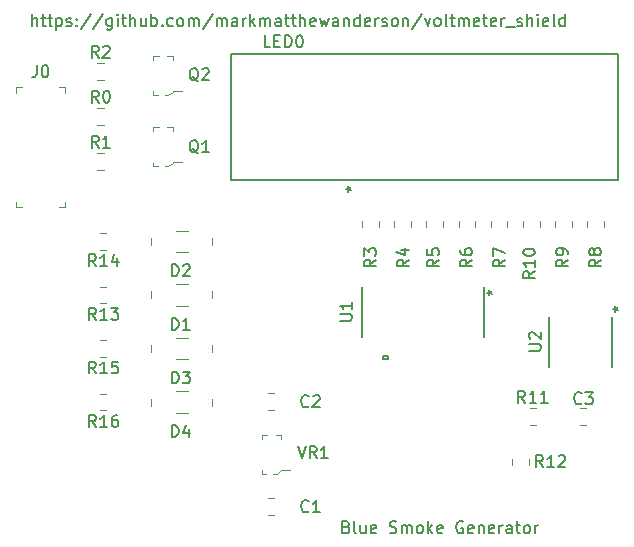
<source format=gbr>
%TF.GenerationSoftware,KiCad,Pcbnew,(5.1.6)-1*%
%TF.CreationDate,2020-09-16T23:28:40-05:00*%
%TF.ProjectId,voltmeter,766f6c74-6d65-4746-9572-2e6b69636164,rev?*%
%TF.SameCoordinates,Original*%
%TF.FileFunction,Legend,Top*%
%TF.FilePolarity,Positive*%
%FSLAX46Y46*%
G04 Gerber Fmt 4.6, Leading zero omitted, Abs format (unit mm)*
G04 Created by KiCad (PCBNEW (5.1.6)-1) date 2020-09-16 23:28:40*
%MOMM*%
%LPD*%
G01*
G04 APERTURE LIST*
%ADD10C,0.150000*%
%ADD11C,0.152400*%
%ADD12C,0.100000*%
%ADD13C,0.120000*%
G04 APERTURE END LIST*
D10*
X117406380Y-82494380D02*
X117406380Y-81494380D01*
X117834952Y-82494380D02*
X117834952Y-81970571D01*
X117787333Y-81875333D01*
X117692095Y-81827714D01*
X117549238Y-81827714D01*
X117454000Y-81875333D01*
X117406380Y-81922952D01*
X118168285Y-81827714D02*
X118549238Y-81827714D01*
X118311142Y-81494380D02*
X118311142Y-82351523D01*
X118358761Y-82446761D01*
X118454000Y-82494380D01*
X118549238Y-82494380D01*
X118739714Y-81827714D02*
X119120666Y-81827714D01*
X118882571Y-81494380D02*
X118882571Y-82351523D01*
X118930190Y-82446761D01*
X119025428Y-82494380D01*
X119120666Y-82494380D01*
X119454000Y-81827714D02*
X119454000Y-82827714D01*
X119454000Y-81875333D02*
X119549238Y-81827714D01*
X119739714Y-81827714D01*
X119834952Y-81875333D01*
X119882571Y-81922952D01*
X119930190Y-82018190D01*
X119930190Y-82303904D01*
X119882571Y-82399142D01*
X119834952Y-82446761D01*
X119739714Y-82494380D01*
X119549238Y-82494380D01*
X119454000Y-82446761D01*
X120311142Y-82446761D02*
X120406380Y-82494380D01*
X120596857Y-82494380D01*
X120692095Y-82446761D01*
X120739714Y-82351523D01*
X120739714Y-82303904D01*
X120692095Y-82208666D01*
X120596857Y-82161047D01*
X120454000Y-82161047D01*
X120358761Y-82113428D01*
X120311142Y-82018190D01*
X120311142Y-81970571D01*
X120358761Y-81875333D01*
X120454000Y-81827714D01*
X120596857Y-81827714D01*
X120692095Y-81875333D01*
X121168285Y-82399142D02*
X121215904Y-82446761D01*
X121168285Y-82494380D01*
X121120666Y-82446761D01*
X121168285Y-82399142D01*
X121168285Y-82494380D01*
X121168285Y-81875333D02*
X121215904Y-81922952D01*
X121168285Y-81970571D01*
X121120666Y-81922952D01*
X121168285Y-81875333D01*
X121168285Y-81970571D01*
X122358761Y-81446761D02*
X121501619Y-82732476D01*
X123406380Y-81446761D02*
X122549238Y-82732476D01*
X124168285Y-81827714D02*
X124168285Y-82637238D01*
X124120666Y-82732476D01*
X124073047Y-82780095D01*
X123977809Y-82827714D01*
X123834952Y-82827714D01*
X123739714Y-82780095D01*
X124168285Y-82446761D02*
X124073047Y-82494380D01*
X123882571Y-82494380D01*
X123787333Y-82446761D01*
X123739714Y-82399142D01*
X123692095Y-82303904D01*
X123692095Y-82018190D01*
X123739714Y-81922952D01*
X123787333Y-81875333D01*
X123882571Y-81827714D01*
X124073047Y-81827714D01*
X124168285Y-81875333D01*
X124644476Y-82494380D02*
X124644476Y-81827714D01*
X124644476Y-81494380D02*
X124596857Y-81542000D01*
X124644476Y-81589619D01*
X124692095Y-81542000D01*
X124644476Y-81494380D01*
X124644476Y-81589619D01*
X124977809Y-81827714D02*
X125358761Y-81827714D01*
X125120666Y-81494380D02*
X125120666Y-82351523D01*
X125168285Y-82446761D01*
X125263523Y-82494380D01*
X125358761Y-82494380D01*
X125692095Y-82494380D02*
X125692095Y-81494380D01*
X126120666Y-82494380D02*
X126120666Y-81970571D01*
X126073047Y-81875333D01*
X125977809Y-81827714D01*
X125834952Y-81827714D01*
X125739714Y-81875333D01*
X125692095Y-81922952D01*
X127025428Y-81827714D02*
X127025428Y-82494380D01*
X126596857Y-81827714D02*
X126596857Y-82351523D01*
X126644476Y-82446761D01*
X126739714Y-82494380D01*
X126882571Y-82494380D01*
X126977809Y-82446761D01*
X127025428Y-82399142D01*
X127501619Y-82494380D02*
X127501619Y-81494380D01*
X127501619Y-81875333D02*
X127596857Y-81827714D01*
X127787333Y-81827714D01*
X127882571Y-81875333D01*
X127930190Y-81922952D01*
X127977809Y-82018190D01*
X127977809Y-82303904D01*
X127930190Y-82399142D01*
X127882571Y-82446761D01*
X127787333Y-82494380D01*
X127596857Y-82494380D01*
X127501619Y-82446761D01*
X128406380Y-82399142D02*
X128454000Y-82446761D01*
X128406380Y-82494380D01*
X128358761Y-82446761D01*
X128406380Y-82399142D01*
X128406380Y-82494380D01*
X129311142Y-82446761D02*
X129215904Y-82494380D01*
X129025428Y-82494380D01*
X128930190Y-82446761D01*
X128882571Y-82399142D01*
X128834952Y-82303904D01*
X128834952Y-82018190D01*
X128882571Y-81922952D01*
X128930190Y-81875333D01*
X129025428Y-81827714D01*
X129215904Y-81827714D01*
X129311142Y-81875333D01*
X129882571Y-82494380D02*
X129787333Y-82446761D01*
X129739714Y-82399142D01*
X129692095Y-82303904D01*
X129692095Y-82018190D01*
X129739714Y-81922952D01*
X129787333Y-81875333D01*
X129882571Y-81827714D01*
X130025428Y-81827714D01*
X130120666Y-81875333D01*
X130168285Y-81922952D01*
X130215904Y-82018190D01*
X130215904Y-82303904D01*
X130168285Y-82399142D01*
X130120666Y-82446761D01*
X130025428Y-82494380D01*
X129882571Y-82494380D01*
X130644476Y-82494380D02*
X130644476Y-81827714D01*
X130644476Y-81922952D02*
X130692095Y-81875333D01*
X130787333Y-81827714D01*
X130930190Y-81827714D01*
X131025428Y-81875333D01*
X131073047Y-81970571D01*
X131073047Y-82494380D01*
X131073047Y-81970571D02*
X131120666Y-81875333D01*
X131215904Y-81827714D01*
X131358761Y-81827714D01*
X131454000Y-81875333D01*
X131501619Y-81970571D01*
X131501619Y-82494380D01*
X132692095Y-81446761D02*
X131834952Y-82732476D01*
X133025428Y-82494380D02*
X133025428Y-81827714D01*
X133025428Y-81922952D02*
X133073047Y-81875333D01*
X133168285Y-81827714D01*
X133311142Y-81827714D01*
X133406380Y-81875333D01*
X133454000Y-81970571D01*
X133454000Y-82494380D01*
X133454000Y-81970571D02*
X133501619Y-81875333D01*
X133596857Y-81827714D01*
X133739714Y-81827714D01*
X133834952Y-81875333D01*
X133882571Y-81970571D01*
X133882571Y-82494380D01*
X134787333Y-82494380D02*
X134787333Y-81970571D01*
X134739714Y-81875333D01*
X134644476Y-81827714D01*
X134454000Y-81827714D01*
X134358761Y-81875333D01*
X134787333Y-82446761D02*
X134692095Y-82494380D01*
X134454000Y-82494380D01*
X134358761Y-82446761D01*
X134311142Y-82351523D01*
X134311142Y-82256285D01*
X134358761Y-82161047D01*
X134454000Y-82113428D01*
X134692095Y-82113428D01*
X134787333Y-82065809D01*
X135263523Y-82494380D02*
X135263523Y-81827714D01*
X135263523Y-82018190D02*
X135311142Y-81922952D01*
X135358761Y-81875333D01*
X135454000Y-81827714D01*
X135549238Y-81827714D01*
X135882571Y-82494380D02*
X135882571Y-81494380D01*
X135977809Y-82113428D02*
X136263523Y-82494380D01*
X136263523Y-81827714D02*
X135882571Y-82208666D01*
X136692095Y-82494380D02*
X136692095Y-81827714D01*
X136692095Y-81922952D02*
X136739714Y-81875333D01*
X136834952Y-81827714D01*
X136977809Y-81827714D01*
X137073047Y-81875333D01*
X137120666Y-81970571D01*
X137120666Y-82494380D01*
X137120666Y-81970571D02*
X137168285Y-81875333D01*
X137263523Y-81827714D01*
X137406380Y-81827714D01*
X137501619Y-81875333D01*
X137549238Y-81970571D01*
X137549238Y-82494380D01*
X138454000Y-82494380D02*
X138454000Y-81970571D01*
X138406380Y-81875333D01*
X138311142Y-81827714D01*
X138120666Y-81827714D01*
X138025428Y-81875333D01*
X138454000Y-82446761D02*
X138358761Y-82494380D01*
X138120666Y-82494380D01*
X138025428Y-82446761D01*
X137977809Y-82351523D01*
X137977809Y-82256285D01*
X138025428Y-82161047D01*
X138120666Y-82113428D01*
X138358761Y-82113428D01*
X138454000Y-82065809D01*
X138787333Y-81827714D02*
X139168285Y-81827714D01*
X138930190Y-81494380D02*
X138930190Y-82351523D01*
X138977809Y-82446761D01*
X139073047Y-82494380D01*
X139168285Y-82494380D01*
X139358761Y-81827714D02*
X139739714Y-81827714D01*
X139501619Y-81494380D02*
X139501619Y-82351523D01*
X139549238Y-82446761D01*
X139644476Y-82494380D01*
X139739714Y-82494380D01*
X140073047Y-82494380D02*
X140073047Y-81494380D01*
X140501619Y-82494380D02*
X140501619Y-81970571D01*
X140454000Y-81875333D01*
X140358761Y-81827714D01*
X140215904Y-81827714D01*
X140120666Y-81875333D01*
X140073047Y-81922952D01*
X141358761Y-82446761D02*
X141263523Y-82494380D01*
X141073047Y-82494380D01*
X140977809Y-82446761D01*
X140930190Y-82351523D01*
X140930190Y-81970571D01*
X140977809Y-81875333D01*
X141073047Y-81827714D01*
X141263523Y-81827714D01*
X141358761Y-81875333D01*
X141406380Y-81970571D01*
X141406380Y-82065809D01*
X140930190Y-82161047D01*
X141739714Y-81827714D02*
X141930190Y-82494380D01*
X142120666Y-82018190D01*
X142311142Y-82494380D01*
X142501619Y-81827714D01*
X143311142Y-82494380D02*
X143311142Y-81970571D01*
X143263523Y-81875333D01*
X143168285Y-81827714D01*
X142977809Y-81827714D01*
X142882571Y-81875333D01*
X143311142Y-82446761D02*
X143215904Y-82494380D01*
X142977809Y-82494380D01*
X142882571Y-82446761D01*
X142834952Y-82351523D01*
X142834952Y-82256285D01*
X142882571Y-82161047D01*
X142977809Y-82113428D01*
X143215904Y-82113428D01*
X143311142Y-82065809D01*
X143787333Y-81827714D02*
X143787333Y-82494380D01*
X143787333Y-81922952D02*
X143834952Y-81875333D01*
X143930190Y-81827714D01*
X144073047Y-81827714D01*
X144168285Y-81875333D01*
X144215904Y-81970571D01*
X144215904Y-82494380D01*
X145120666Y-82494380D02*
X145120666Y-81494380D01*
X145120666Y-82446761D02*
X145025428Y-82494380D01*
X144834952Y-82494380D01*
X144739714Y-82446761D01*
X144692095Y-82399142D01*
X144644476Y-82303904D01*
X144644476Y-82018190D01*
X144692095Y-81922952D01*
X144739714Y-81875333D01*
X144834952Y-81827714D01*
X145025428Y-81827714D01*
X145120666Y-81875333D01*
X145977809Y-82446761D02*
X145882571Y-82494380D01*
X145692095Y-82494380D01*
X145596857Y-82446761D01*
X145549238Y-82351523D01*
X145549238Y-81970571D01*
X145596857Y-81875333D01*
X145692095Y-81827714D01*
X145882571Y-81827714D01*
X145977809Y-81875333D01*
X146025428Y-81970571D01*
X146025428Y-82065809D01*
X145549238Y-82161047D01*
X146454000Y-82494380D02*
X146454000Y-81827714D01*
X146454000Y-82018190D02*
X146501619Y-81922952D01*
X146549238Y-81875333D01*
X146644476Y-81827714D01*
X146739714Y-81827714D01*
X147025428Y-82446761D02*
X147120666Y-82494380D01*
X147311142Y-82494380D01*
X147406380Y-82446761D01*
X147454000Y-82351523D01*
X147454000Y-82303904D01*
X147406380Y-82208666D01*
X147311142Y-82161047D01*
X147168285Y-82161047D01*
X147073047Y-82113428D01*
X147025428Y-82018190D01*
X147025428Y-81970571D01*
X147073047Y-81875333D01*
X147168285Y-81827714D01*
X147311142Y-81827714D01*
X147406380Y-81875333D01*
X148025428Y-82494380D02*
X147930190Y-82446761D01*
X147882571Y-82399142D01*
X147834952Y-82303904D01*
X147834952Y-82018190D01*
X147882571Y-81922952D01*
X147930190Y-81875333D01*
X148025428Y-81827714D01*
X148168285Y-81827714D01*
X148263523Y-81875333D01*
X148311142Y-81922952D01*
X148358761Y-82018190D01*
X148358761Y-82303904D01*
X148311142Y-82399142D01*
X148263523Y-82446761D01*
X148168285Y-82494380D01*
X148025428Y-82494380D01*
X148787333Y-81827714D02*
X148787333Y-82494380D01*
X148787333Y-81922952D02*
X148834952Y-81875333D01*
X148930190Y-81827714D01*
X149073047Y-81827714D01*
X149168285Y-81875333D01*
X149215904Y-81970571D01*
X149215904Y-82494380D01*
X150406380Y-81446761D02*
X149549238Y-82732476D01*
X150644476Y-81827714D02*
X150882571Y-82494380D01*
X151120666Y-81827714D01*
X151644476Y-82494380D02*
X151549238Y-82446761D01*
X151501619Y-82399142D01*
X151454000Y-82303904D01*
X151454000Y-82018190D01*
X151501619Y-81922952D01*
X151549238Y-81875333D01*
X151644476Y-81827714D01*
X151787333Y-81827714D01*
X151882571Y-81875333D01*
X151930190Y-81922952D01*
X151977809Y-82018190D01*
X151977809Y-82303904D01*
X151930190Y-82399142D01*
X151882571Y-82446761D01*
X151787333Y-82494380D01*
X151644476Y-82494380D01*
X152549238Y-82494380D02*
X152454000Y-82446761D01*
X152406380Y-82351523D01*
X152406380Y-81494380D01*
X152787333Y-81827714D02*
X153168285Y-81827714D01*
X152930190Y-81494380D02*
X152930190Y-82351523D01*
X152977809Y-82446761D01*
X153073047Y-82494380D01*
X153168285Y-82494380D01*
X153501619Y-82494380D02*
X153501619Y-81827714D01*
X153501619Y-81922952D02*
X153549238Y-81875333D01*
X153644476Y-81827714D01*
X153787333Y-81827714D01*
X153882571Y-81875333D01*
X153930190Y-81970571D01*
X153930190Y-82494380D01*
X153930190Y-81970571D02*
X153977809Y-81875333D01*
X154073047Y-81827714D01*
X154215904Y-81827714D01*
X154311142Y-81875333D01*
X154358761Y-81970571D01*
X154358761Y-82494380D01*
X155215904Y-82446761D02*
X155120666Y-82494380D01*
X154930190Y-82494380D01*
X154834952Y-82446761D01*
X154787333Y-82351523D01*
X154787333Y-81970571D01*
X154834952Y-81875333D01*
X154930190Y-81827714D01*
X155120666Y-81827714D01*
X155215904Y-81875333D01*
X155263523Y-81970571D01*
X155263523Y-82065809D01*
X154787333Y-82161047D01*
X155549238Y-81827714D02*
X155930190Y-81827714D01*
X155692095Y-81494380D02*
X155692095Y-82351523D01*
X155739714Y-82446761D01*
X155834952Y-82494380D01*
X155930190Y-82494380D01*
X156644476Y-82446761D02*
X156549238Y-82494380D01*
X156358761Y-82494380D01*
X156263523Y-82446761D01*
X156215904Y-82351523D01*
X156215904Y-81970571D01*
X156263523Y-81875333D01*
X156358761Y-81827714D01*
X156549238Y-81827714D01*
X156644476Y-81875333D01*
X156692095Y-81970571D01*
X156692095Y-82065809D01*
X156215904Y-82161047D01*
X157120666Y-82494380D02*
X157120666Y-81827714D01*
X157120666Y-82018190D02*
X157168285Y-81922952D01*
X157215904Y-81875333D01*
X157311142Y-81827714D01*
X157406380Y-81827714D01*
X157501619Y-82589619D02*
X158263523Y-82589619D01*
X158454000Y-82446761D02*
X158549238Y-82494380D01*
X158739714Y-82494380D01*
X158834952Y-82446761D01*
X158882571Y-82351523D01*
X158882571Y-82303904D01*
X158834952Y-82208666D01*
X158739714Y-82161047D01*
X158596857Y-82161047D01*
X158501619Y-82113428D01*
X158454000Y-82018190D01*
X158454000Y-81970571D01*
X158501619Y-81875333D01*
X158596857Y-81827714D01*
X158739714Y-81827714D01*
X158834952Y-81875333D01*
X159311142Y-82494380D02*
X159311142Y-81494380D01*
X159739714Y-82494380D02*
X159739714Y-81970571D01*
X159692095Y-81875333D01*
X159596857Y-81827714D01*
X159454000Y-81827714D01*
X159358761Y-81875333D01*
X159311142Y-81922952D01*
X160215904Y-82494380D02*
X160215904Y-81827714D01*
X160215904Y-81494380D02*
X160168285Y-81542000D01*
X160215904Y-81589619D01*
X160263523Y-81542000D01*
X160215904Y-81494380D01*
X160215904Y-81589619D01*
X161073047Y-82446761D02*
X160977809Y-82494380D01*
X160787333Y-82494380D01*
X160692095Y-82446761D01*
X160644476Y-82351523D01*
X160644476Y-81970571D01*
X160692095Y-81875333D01*
X160787333Y-81827714D01*
X160977809Y-81827714D01*
X161073047Y-81875333D01*
X161120666Y-81970571D01*
X161120666Y-82065809D01*
X160644476Y-82161047D01*
X161692095Y-82494380D02*
X161596857Y-82446761D01*
X161549238Y-82351523D01*
X161549238Y-81494380D01*
X162501619Y-82494380D02*
X162501619Y-81494380D01*
X162501619Y-82446761D02*
X162406380Y-82494380D01*
X162215904Y-82494380D01*
X162120666Y-82446761D01*
X162073047Y-82399142D01*
X162025428Y-82303904D01*
X162025428Y-82018190D01*
X162073047Y-81922952D01*
X162120666Y-81875333D01*
X162215904Y-81827714D01*
X162406380Y-81827714D01*
X162501619Y-81875333D01*
X144011047Y-124896571D02*
X144153904Y-124944190D01*
X144201523Y-124991809D01*
X144249142Y-125087047D01*
X144249142Y-125229904D01*
X144201523Y-125325142D01*
X144153904Y-125372761D01*
X144058666Y-125420380D01*
X143677714Y-125420380D01*
X143677714Y-124420380D01*
X144011047Y-124420380D01*
X144106285Y-124468000D01*
X144153904Y-124515619D01*
X144201523Y-124610857D01*
X144201523Y-124706095D01*
X144153904Y-124801333D01*
X144106285Y-124848952D01*
X144011047Y-124896571D01*
X143677714Y-124896571D01*
X144820571Y-125420380D02*
X144725333Y-125372761D01*
X144677714Y-125277523D01*
X144677714Y-124420380D01*
X145630095Y-124753714D02*
X145630095Y-125420380D01*
X145201523Y-124753714D02*
X145201523Y-125277523D01*
X145249142Y-125372761D01*
X145344380Y-125420380D01*
X145487238Y-125420380D01*
X145582476Y-125372761D01*
X145630095Y-125325142D01*
X146487238Y-125372761D02*
X146392000Y-125420380D01*
X146201523Y-125420380D01*
X146106285Y-125372761D01*
X146058666Y-125277523D01*
X146058666Y-124896571D01*
X146106285Y-124801333D01*
X146201523Y-124753714D01*
X146392000Y-124753714D01*
X146487238Y-124801333D01*
X146534857Y-124896571D01*
X146534857Y-124991809D01*
X146058666Y-125087047D01*
X147677714Y-125372761D02*
X147820571Y-125420380D01*
X148058666Y-125420380D01*
X148153904Y-125372761D01*
X148201523Y-125325142D01*
X148249142Y-125229904D01*
X148249142Y-125134666D01*
X148201523Y-125039428D01*
X148153904Y-124991809D01*
X148058666Y-124944190D01*
X147868190Y-124896571D01*
X147772952Y-124848952D01*
X147725333Y-124801333D01*
X147677714Y-124706095D01*
X147677714Y-124610857D01*
X147725333Y-124515619D01*
X147772952Y-124468000D01*
X147868190Y-124420380D01*
X148106285Y-124420380D01*
X148249142Y-124468000D01*
X148677714Y-125420380D02*
X148677714Y-124753714D01*
X148677714Y-124848952D02*
X148725333Y-124801333D01*
X148820571Y-124753714D01*
X148963428Y-124753714D01*
X149058666Y-124801333D01*
X149106285Y-124896571D01*
X149106285Y-125420380D01*
X149106285Y-124896571D02*
X149153904Y-124801333D01*
X149249142Y-124753714D01*
X149392000Y-124753714D01*
X149487238Y-124801333D01*
X149534857Y-124896571D01*
X149534857Y-125420380D01*
X150153904Y-125420380D02*
X150058666Y-125372761D01*
X150011047Y-125325142D01*
X149963428Y-125229904D01*
X149963428Y-124944190D01*
X150011047Y-124848952D01*
X150058666Y-124801333D01*
X150153904Y-124753714D01*
X150296761Y-124753714D01*
X150392000Y-124801333D01*
X150439619Y-124848952D01*
X150487238Y-124944190D01*
X150487238Y-125229904D01*
X150439619Y-125325142D01*
X150392000Y-125372761D01*
X150296761Y-125420380D01*
X150153904Y-125420380D01*
X150915809Y-125420380D02*
X150915809Y-124420380D01*
X151011047Y-125039428D02*
X151296761Y-125420380D01*
X151296761Y-124753714D02*
X150915809Y-125134666D01*
X152106285Y-125372761D02*
X152011047Y-125420380D01*
X151820571Y-125420380D01*
X151725333Y-125372761D01*
X151677714Y-125277523D01*
X151677714Y-124896571D01*
X151725333Y-124801333D01*
X151820571Y-124753714D01*
X152011047Y-124753714D01*
X152106285Y-124801333D01*
X152153904Y-124896571D01*
X152153904Y-124991809D01*
X151677714Y-125087047D01*
X153868190Y-124468000D02*
X153772952Y-124420380D01*
X153630095Y-124420380D01*
X153487238Y-124468000D01*
X153392000Y-124563238D01*
X153344380Y-124658476D01*
X153296761Y-124848952D01*
X153296761Y-124991809D01*
X153344380Y-125182285D01*
X153392000Y-125277523D01*
X153487238Y-125372761D01*
X153630095Y-125420380D01*
X153725333Y-125420380D01*
X153868190Y-125372761D01*
X153915809Y-125325142D01*
X153915809Y-124991809D01*
X153725333Y-124991809D01*
X154725333Y-125372761D02*
X154630095Y-125420380D01*
X154439619Y-125420380D01*
X154344380Y-125372761D01*
X154296761Y-125277523D01*
X154296761Y-124896571D01*
X154344380Y-124801333D01*
X154439619Y-124753714D01*
X154630095Y-124753714D01*
X154725333Y-124801333D01*
X154772952Y-124896571D01*
X154772952Y-124991809D01*
X154296761Y-125087047D01*
X155201523Y-124753714D02*
X155201523Y-125420380D01*
X155201523Y-124848952D02*
X155249142Y-124801333D01*
X155344380Y-124753714D01*
X155487238Y-124753714D01*
X155582476Y-124801333D01*
X155630095Y-124896571D01*
X155630095Y-125420380D01*
X156487238Y-125372761D02*
X156392000Y-125420380D01*
X156201523Y-125420380D01*
X156106285Y-125372761D01*
X156058666Y-125277523D01*
X156058666Y-124896571D01*
X156106285Y-124801333D01*
X156201523Y-124753714D01*
X156392000Y-124753714D01*
X156487238Y-124801333D01*
X156534857Y-124896571D01*
X156534857Y-124991809D01*
X156058666Y-125087047D01*
X156963428Y-125420380D02*
X156963428Y-124753714D01*
X156963428Y-124944190D02*
X157011047Y-124848952D01*
X157058666Y-124801333D01*
X157153904Y-124753714D01*
X157249142Y-124753714D01*
X158011047Y-125420380D02*
X158011047Y-124896571D01*
X157963428Y-124801333D01*
X157868190Y-124753714D01*
X157677714Y-124753714D01*
X157582476Y-124801333D01*
X158011047Y-125372761D02*
X157915809Y-125420380D01*
X157677714Y-125420380D01*
X157582476Y-125372761D01*
X157534857Y-125277523D01*
X157534857Y-125182285D01*
X157582476Y-125087047D01*
X157677714Y-125039428D01*
X157915809Y-125039428D01*
X158011047Y-124991809D01*
X158344380Y-124753714D02*
X158725333Y-124753714D01*
X158487238Y-124420380D02*
X158487238Y-125277523D01*
X158534857Y-125372761D01*
X158630095Y-125420380D01*
X158725333Y-125420380D01*
X159201523Y-125420380D02*
X159106285Y-125372761D01*
X159058666Y-125325142D01*
X159011047Y-125229904D01*
X159011047Y-124944190D01*
X159058666Y-124848952D01*
X159106285Y-124801333D01*
X159201523Y-124753714D01*
X159344380Y-124753714D01*
X159439619Y-124801333D01*
X159487238Y-124848952D01*
X159534857Y-124944190D01*
X159534857Y-125229904D01*
X159487238Y-125325142D01*
X159439619Y-125372761D01*
X159344380Y-125420380D01*
X159201523Y-125420380D01*
X159963428Y-125420380D02*
X159963428Y-124753714D01*
X159963428Y-124944190D02*
X160011047Y-124848952D01*
X160058666Y-124801333D01*
X160153904Y-124753714D01*
X160249142Y-124753714D01*
D11*
%TO.C,LED0*%
X166979600Y-95516700D02*
X166979600Y-84823300D01*
X166979600Y-84823300D02*
X134264400Y-84823300D01*
X134264400Y-84823300D02*
X134264400Y-95516700D01*
X134264400Y-95516700D02*
X166979600Y-95516700D01*
D12*
%TO.C,VR1*%
X137835001Y-120395000D02*
X138110001Y-120395000D01*
X138110001Y-120395000D02*
X138485001Y-120120000D01*
X138485001Y-120120000D02*
X138485001Y-120070000D01*
X138485001Y-120070000D02*
X139260001Y-120070000D01*
X138010001Y-117095000D02*
X138485001Y-117095000D01*
X138485001Y-117095000D02*
X138485001Y-117445000D01*
X136835001Y-117320000D02*
X136835001Y-117445000D01*
X136835001Y-117395000D02*
X136835001Y-117095000D01*
X136835001Y-117095000D02*
X137285001Y-117095000D01*
X137210001Y-120395000D02*
X136835001Y-120395000D01*
X136835001Y-120395000D02*
X136835001Y-120095000D01*
D11*
%TO.C,U2*%
X161201100Y-107099100D02*
X161201100Y-111340900D01*
X166458900Y-111340900D02*
X166458900Y-107099100D01*
%TO.C,U1*%
X145364200Y-104559100D02*
X145364200Y-108800900D01*
X155625800Y-108800900D02*
X155625800Y-104559100D01*
X147510500Y-110642400D02*
X147129500Y-110642400D01*
X147129500Y-110642400D02*
X147129500Y-110388400D01*
X147129500Y-110388400D02*
X147510500Y-110388400D01*
X147510500Y-110388400D02*
X147510500Y-110642400D01*
D13*
%TO.C,R16*%
X123696252Y-115041902D02*
X123173748Y-115041902D01*
X123696252Y-113621902D02*
X123173748Y-113621902D01*
%TO.C,R15*%
X123696252Y-110505077D02*
X123173748Y-110505077D01*
X123696252Y-109085077D02*
X123173748Y-109085077D01*
%TO.C,R14*%
X123696252Y-101431427D02*
X123173748Y-101431427D01*
X123696252Y-100011427D02*
X123173748Y-100011427D01*
%TO.C,R13*%
X123696252Y-105968252D02*
X123173748Y-105968252D01*
X123696252Y-104548252D02*
X123173748Y-104548252D01*
%TO.C,R12*%
X159460000Y-119118748D02*
X159460000Y-119641252D01*
X158040000Y-119118748D02*
X158040000Y-119641252D01*
%TO.C,R11*%
X159513748Y-114860000D02*
X160036252Y-114860000D01*
X159513748Y-116280000D02*
X160036252Y-116280000D01*
%TO.C,R10*%
X160367140Y-99023748D02*
X160367140Y-99546252D01*
X158947140Y-99023748D02*
X158947140Y-99546252D01*
%TO.C,R9*%
X163088568Y-99023748D02*
X163088568Y-99546252D01*
X161668568Y-99023748D02*
X161668568Y-99546252D01*
%TO.C,R8*%
X165810000Y-99023748D02*
X165810000Y-99546252D01*
X164390000Y-99023748D02*
X164390000Y-99546252D01*
%TO.C,R7*%
X157645712Y-99023748D02*
X157645712Y-99546252D01*
X156225712Y-99023748D02*
X156225712Y-99546252D01*
%TO.C,R6*%
X154924284Y-99023748D02*
X154924284Y-99546252D01*
X153504284Y-99023748D02*
X153504284Y-99546252D01*
%TO.C,R5*%
X152202856Y-99023748D02*
X152202856Y-99546252D01*
X150782856Y-99023748D02*
X150782856Y-99546252D01*
%TO.C,R4*%
X149481428Y-99023748D02*
X149481428Y-99546252D01*
X148061428Y-99023748D02*
X148061428Y-99546252D01*
%TO.C,R3*%
X146760000Y-99023748D02*
X146760000Y-99546252D01*
X145340000Y-99023748D02*
X145340000Y-99546252D01*
%TO.C,R2*%
X122928748Y-85650000D02*
X123451252Y-85650000D01*
X122928748Y-87070000D02*
X123451252Y-87070000D01*
%TO.C,R1*%
X122928748Y-93270000D02*
X123451252Y-93270000D01*
X122928748Y-94690000D02*
X123451252Y-94690000D01*
%TO.C,R0*%
X122928748Y-89460000D02*
X123451252Y-89460000D01*
X122928748Y-90880000D02*
X123451252Y-90880000D01*
D12*
%TO.C,Q2*%
X128665000Y-88330000D02*
X128940000Y-88330000D01*
X128940000Y-88330000D02*
X129315000Y-88055000D01*
X129315000Y-88055000D02*
X129315000Y-88005000D01*
X129315000Y-88005000D02*
X130090000Y-88005000D01*
X128840000Y-85030000D02*
X129315000Y-85030000D01*
X129315000Y-85030000D02*
X129315000Y-85380000D01*
X127665000Y-85255000D02*
X127665000Y-85380000D01*
X127665000Y-85330000D02*
X127665000Y-85030000D01*
X127665000Y-85030000D02*
X128115000Y-85030000D01*
X128040000Y-88330000D02*
X127665000Y-88330000D01*
X127665000Y-88330000D02*
X127665000Y-88030000D01*
%TO.C,Q1*%
X128665000Y-94360000D02*
X128940000Y-94360000D01*
X128940000Y-94360000D02*
X129315000Y-94085000D01*
X129315000Y-94085000D02*
X129315000Y-94035000D01*
X129315000Y-94035000D02*
X130090000Y-94035000D01*
X128840000Y-91060000D02*
X129315000Y-91060000D01*
X129315000Y-91060000D02*
X129315000Y-91410000D01*
X127665000Y-91285000D02*
X127665000Y-91410000D01*
X127665000Y-91360000D02*
X127665000Y-91060000D01*
X127665000Y-91060000D02*
X128115000Y-91060000D01*
X128040000Y-94360000D02*
X127665000Y-94360000D01*
X127665000Y-94360000D02*
X127665000Y-94060000D01*
%TO.C,J0*%
X116010000Y-97850000D02*
X116510000Y-97850000D01*
X116010000Y-97850000D02*
X116010000Y-97350000D01*
X120210000Y-97850000D02*
X119710000Y-97850000D01*
X120210000Y-97850000D02*
X120210000Y-97350000D01*
X120210000Y-87650000D02*
X120210000Y-88150000D01*
X120210000Y-87650000D02*
X119710000Y-87650000D01*
X116010000Y-87650000D02*
X116510000Y-87650000D01*
X116010000Y-87650000D02*
X116010000Y-88150000D01*
%TO.C,D4*%
X127470000Y-114631902D02*
X127470000Y-114031902D01*
X132670000Y-114631902D02*
X132670000Y-114031902D01*
X130070000Y-113431902D02*
X130570000Y-113431902D01*
X130070000Y-113431902D02*
X129570000Y-113431902D01*
X130070000Y-115231902D02*
X130570000Y-115231902D01*
X130070000Y-115231902D02*
X129570000Y-115231902D01*
%TO.C,D3*%
X127470000Y-110095077D02*
X127470000Y-109495077D01*
X132670000Y-110095077D02*
X132670000Y-109495077D01*
X130070000Y-108895077D02*
X130570000Y-108895077D01*
X130070000Y-108895077D02*
X129570000Y-108895077D01*
X130070000Y-110695077D02*
X130570000Y-110695077D01*
X130070000Y-110695077D02*
X129570000Y-110695077D01*
%TO.C,D2*%
X127470000Y-101021427D02*
X127470000Y-100421427D01*
X132670000Y-101021427D02*
X132670000Y-100421427D01*
X130070000Y-99821427D02*
X130570000Y-99821427D01*
X130070000Y-99821427D02*
X129570000Y-99821427D01*
X130070000Y-101621427D02*
X130570000Y-101621427D01*
X130070000Y-101621427D02*
X129570000Y-101621427D01*
%TO.C,D1*%
X127470000Y-105558252D02*
X127470000Y-104958252D01*
X132670000Y-105558252D02*
X132670000Y-104958252D01*
X130070000Y-104358252D02*
X130570000Y-104358252D01*
X130070000Y-104358252D02*
X129570000Y-104358252D01*
X130070000Y-106158252D02*
X130570000Y-106158252D01*
X130070000Y-106158252D02*
X129570000Y-106158252D01*
D13*
%TO.C,C3*%
X164336252Y-116280000D02*
X163813748Y-116280000D01*
X164336252Y-114860000D02*
X163813748Y-114860000D01*
%TO.C,C2*%
X137896253Y-115010000D02*
X137373749Y-115010000D01*
X137896253Y-113590000D02*
X137373749Y-113590000D01*
%TO.C,C1*%
X137896253Y-123900000D02*
X137373749Y-123900000D01*
X137896253Y-122480000D02*
X137373749Y-122480000D01*
%TO.C,LED0*%
D10*
X137564952Y-84272380D02*
X137088761Y-84272380D01*
X137088761Y-83272380D01*
X137898285Y-83748571D02*
X138231619Y-83748571D01*
X138374476Y-84272380D02*
X137898285Y-84272380D01*
X137898285Y-83272380D01*
X138374476Y-83272380D01*
X138803047Y-84272380D02*
X138803047Y-83272380D01*
X139041142Y-83272380D01*
X139184000Y-83320000D01*
X139279238Y-83415238D01*
X139326857Y-83510476D01*
X139374476Y-83700952D01*
X139374476Y-83843809D01*
X139326857Y-84034285D01*
X139279238Y-84129523D01*
X139184000Y-84224761D01*
X139041142Y-84272380D01*
X138803047Y-84272380D01*
X139993523Y-83272380D02*
X140088761Y-83272380D01*
X140184000Y-83320000D01*
X140231619Y-83367619D01*
X140279238Y-83462857D01*
X140326857Y-83653333D01*
X140326857Y-83891428D01*
X140279238Y-84081904D01*
X140231619Y-84177142D01*
X140184000Y-84224761D01*
X140088761Y-84272380D01*
X139993523Y-84272380D01*
X139898285Y-84224761D01*
X139850666Y-84177142D01*
X139803047Y-84081904D01*
X139755428Y-83891428D01*
X139755428Y-83653333D01*
X139803047Y-83462857D01*
X139850666Y-83367619D01*
X139898285Y-83320000D01*
X139993523Y-83272380D01*
X143978380Y-96266000D02*
X144216476Y-96266000D01*
X144121238Y-96504095D02*
X144216476Y-96266000D01*
X144121238Y-96027904D01*
X144406952Y-96408857D02*
X144216476Y-96266000D01*
X144406952Y-96123142D01*
%TO.C,VR1*%
X139914476Y-118070380D02*
X140247809Y-119070380D01*
X140581142Y-118070380D01*
X141485904Y-119070380D02*
X141152571Y-118594190D01*
X140914476Y-119070380D02*
X140914476Y-118070380D01*
X141295428Y-118070380D01*
X141390666Y-118118000D01*
X141438285Y-118165619D01*
X141485904Y-118260857D01*
X141485904Y-118403714D01*
X141438285Y-118498952D01*
X141390666Y-118546571D01*
X141295428Y-118594190D01*
X140914476Y-118594190D01*
X142438285Y-119070380D02*
X141866857Y-119070380D01*
X142152571Y-119070380D02*
X142152571Y-118070380D01*
X142057333Y-118213238D01*
X141962095Y-118308476D01*
X141866857Y-118356095D01*
%TO.C,U2*%
X159472380Y-109981904D02*
X160281904Y-109981904D01*
X160377142Y-109934285D01*
X160424761Y-109886666D01*
X160472380Y-109791428D01*
X160472380Y-109600952D01*
X160424761Y-109505714D01*
X160377142Y-109458095D01*
X160281904Y-109410476D01*
X159472380Y-109410476D01*
X159567619Y-108981904D02*
X159520000Y-108934285D01*
X159472380Y-108839047D01*
X159472380Y-108600952D01*
X159520000Y-108505714D01*
X159567619Y-108458095D01*
X159662857Y-108410476D01*
X159758095Y-108410476D01*
X159900952Y-108458095D01*
X160472380Y-109029523D01*
X160472380Y-108410476D01*
X166584380Y-106426000D02*
X166822476Y-106426000D01*
X166727238Y-106664095D02*
X166822476Y-106426000D01*
X166727238Y-106187904D01*
X167012952Y-106568857D02*
X166822476Y-106426000D01*
X167012952Y-106283142D01*
%TO.C,U1*%
X143470380Y-107441904D02*
X144279904Y-107441904D01*
X144375142Y-107394285D01*
X144422761Y-107346666D01*
X144470380Y-107251428D01*
X144470380Y-107060952D01*
X144422761Y-106965714D01*
X144375142Y-106918095D01*
X144279904Y-106870476D01*
X143470380Y-106870476D01*
X144470380Y-105870476D02*
X144470380Y-106441904D01*
X144470380Y-106156190D02*
X143470380Y-106156190D01*
X143613238Y-106251428D01*
X143708476Y-106346666D01*
X143756095Y-106441904D01*
X155916380Y-105067100D02*
X156154476Y-105067100D01*
X156059238Y-105305195D02*
X156154476Y-105067100D01*
X156059238Y-104829004D01*
X156344952Y-105209957D02*
X156154476Y-105067100D01*
X156344952Y-104924242D01*
%TO.C,R16*%
X122792142Y-116434282D02*
X122458809Y-115958092D01*
X122220714Y-116434282D02*
X122220714Y-115434282D01*
X122601666Y-115434282D01*
X122696904Y-115481902D01*
X122744523Y-115529521D01*
X122792142Y-115624759D01*
X122792142Y-115767616D01*
X122744523Y-115862854D01*
X122696904Y-115910473D01*
X122601666Y-115958092D01*
X122220714Y-115958092D01*
X123744523Y-116434282D02*
X123173095Y-116434282D01*
X123458809Y-116434282D02*
X123458809Y-115434282D01*
X123363571Y-115577140D01*
X123268333Y-115672378D01*
X123173095Y-115719997D01*
X124601666Y-115434282D02*
X124411190Y-115434282D01*
X124315952Y-115481902D01*
X124268333Y-115529521D01*
X124173095Y-115672378D01*
X124125476Y-115862854D01*
X124125476Y-116243806D01*
X124173095Y-116339044D01*
X124220714Y-116386663D01*
X124315952Y-116434282D01*
X124506428Y-116434282D01*
X124601666Y-116386663D01*
X124649285Y-116339044D01*
X124696904Y-116243806D01*
X124696904Y-116005711D01*
X124649285Y-115910473D01*
X124601666Y-115862854D01*
X124506428Y-115815235D01*
X124315952Y-115815235D01*
X124220714Y-115862854D01*
X124173095Y-115910473D01*
X124125476Y-116005711D01*
%TO.C,R15*%
X122792142Y-111897457D02*
X122458809Y-111421267D01*
X122220714Y-111897457D02*
X122220714Y-110897457D01*
X122601666Y-110897457D01*
X122696904Y-110945077D01*
X122744523Y-110992696D01*
X122792142Y-111087934D01*
X122792142Y-111230791D01*
X122744523Y-111326029D01*
X122696904Y-111373648D01*
X122601666Y-111421267D01*
X122220714Y-111421267D01*
X123744523Y-111897457D02*
X123173095Y-111897457D01*
X123458809Y-111897457D02*
X123458809Y-110897457D01*
X123363571Y-111040315D01*
X123268333Y-111135553D01*
X123173095Y-111183172D01*
X124649285Y-110897457D02*
X124173095Y-110897457D01*
X124125476Y-111373648D01*
X124173095Y-111326029D01*
X124268333Y-111278410D01*
X124506428Y-111278410D01*
X124601666Y-111326029D01*
X124649285Y-111373648D01*
X124696904Y-111468886D01*
X124696904Y-111706981D01*
X124649285Y-111802219D01*
X124601666Y-111849838D01*
X124506428Y-111897457D01*
X124268333Y-111897457D01*
X124173095Y-111849838D01*
X124125476Y-111802219D01*
%TO.C,R14*%
X122792142Y-102823807D02*
X122458809Y-102347617D01*
X122220714Y-102823807D02*
X122220714Y-101823807D01*
X122601666Y-101823807D01*
X122696904Y-101871427D01*
X122744523Y-101919046D01*
X122792142Y-102014284D01*
X122792142Y-102157141D01*
X122744523Y-102252379D01*
X122696904Y-102299998D01*
X122601666Y-102347617D01*
X122220714Y-102347617D01*
X123744523Y-102823807D02*
X123173095Y-102823807D01*
X123458809Y-102823807D02*
X123458809Y-101823807D01*
X123363571Y-101966665D01*
X123268333Y-102061903D01*
X123173095Y-102109522D01*
X124601666Y-102157141D02*
X124601666Y-102823807D01*
X124363571Y-101776188D02*
X124125476Y-102490474D01*
X124744523Y-102490474D01*
%TO.C,R13*%
X122792142Y-107360632D02*
X122458809Y-106884442D01*
X122220714Y-107360632D02*
X122220714Y-106360632D01*
X122601666Y-106360632D01*
X122696904Y-106408252D01*
X122744523Y-106455871D01*
X122792142Y-106551109D01*
X122792142Y-106693966D01*
X122744523Y-106789204D01*
X122696904Y-106836823D01*
X122601666Y-106884442D01*
X122220714Y-106884442D01*
X123744523Y-107360632D02*
X123173095Y-107360632D01*
X123458809Y-107360632D02*
X123458809Y-106360632D01*
X123363571Y-106503490D01*
X123268333Y-106598728D01*
X123173095Y-106646347D01*
X124077857Y-106360632D02*
X124696904Y-106360632D01*
X124363571Y-106741585D01*
X124506428Y-106741585D01*
X124601666Y-106789204D01*
X124649285Y-106836823D01*
X124696904Y-106932061D01*
X124696904Y-107170156D01*
X124649285Y-107265394D01*
X124601666Y-107313013D01*
X124506428Y-107360632D01*
X124220714Y-107360632D01*
X124125476Y-107313013D01*
X124077857Y-107265394D01*
%TO.C,R12*%
X160647142Y-119832380D02*
X160313809Y-119356190D01*
X160075714Y-119832380D02*
X160075714Y-118832380D01*
X160456666Y-118832380D01*
X160551904Y-118880000D01*
X160599523Y-118927619D01*
X160647142Y-119022857D01*
X160647142Y-119165714D01*
X160599523Y-119260952D01*
X160551904Y-119308571D01*
X160456666Y-119356190D01*
X160075714Y-119356190D01*
X161599523Y-119832380D02*
X161028095Y-119832380D01*
X161313809Y-119832380D02*
X161313809Y-118832380D01*
X161218571Y-118975238D01*
X161123333Y-119070476D01*
X161028095Y-119118095D01*
X161980476Y-118927619D02*
X162028095Y-118880000D01*
X162123333Y-118832380D01*
X162361428Y-118832380D01*
X162456666Y-118880000D01*
X162504285Y-118927619D01*
X162551904Y-119022857D01*
X162551904Y-119118095D01*
X162504285Y-119260952D01*
X161932857Y-119832380D01*
X162551904Y-119832380D01*
%TO.C,R11*%
X159132142Y-114372380D02*
X158798809Y-113896190D01*
X158560714Y-114372380D02*
X158560714Y-113372380D01*
X158941666Y-113372380D01*
X159036904Y-113420000D01*
X159084523Y-113467619D01*
X159132142Y-113562857D01*
X159132142Y-113705714D01*
X159084523Y-113800952D01*
X159036904Y-113848571D01*
X158941666Y-113896190D01*
X158560714Y-113896190D01*
X160084523Y-114372380D02*
X159513095Y-114372380D01*
X159798809Y-114372380D02*
X159798809Y-113372380D01*
X159703571Y-113515238D01*
X159608333Y-113610476D01*
X159513095Y-113658095D01*
X161036904Y-114372380D02*
X160465476Y-114372380D01*
X160751190Y-114372380D02*
X160751190Y-113372380D01*
X160655952Y-113515238D01*
X160560714Y-113610476D01*
X160465476Y-113658095D01*
%TO.C,R10*%
X159964380Y-103258857D02*
X159488190Y-103592190D01*
X159964380Y-103830285D02*
X158964380Y-103830285D01*
X158964380Y-103449333D01*
X159012000Y-103354095D01*
X159059619Y-103306476D01*
X159154857Y-103258857D01*
X159297714Y-103258857D01*
X159392952Y-103306476D01*
X159440571Y-103354095D01*
X159488190Y-103449333D01*
X159488190Y-103830285D01*
X159964380Y-102306476D02*
X159964380Y-102877904D01*
X159964380Y-102592190D02*
X158964380Y-102592190D01*
X159107238Y-102687428D01*
X159202476Y-102782666D01*
X159250095Y-102877904D01*
X158964380Y-101687428D02*
X158964380Y-101592190D01*
X159012000Y-101496952D01*
X159059619Y-101449333D01*
X159154857Y-101401714D01*
X159345333Y-101354095D01*
X159583428Y-101354095D01*
X159773904Y-101401714D01*
X159869142Y-101449333D01*
X159916761Y-101496952D01*
X159964380Y-101592190D01*
X159964380Y-101687428D01*
X159916761Y-101782666D01*
X159869142Y-101830285D01*
X159773904Y-101877904D01*
X159583428Y-101925523D01*
X159345333Y-101925523D01*
X159154857Y-101877904D01*
X159059619Y-101830285D01*
X159012000Y-101782666D01*
X158964380Y-101687428D01*
%TO.C,R9*%
X162758380Y-102274666D02*
X162282190Y-102608000D01*
X162758380Y-102846095D02*
X161758380Y-102846095D01*
X161758380Y-102465142D01*
X161806000Y-102369904D01*
X161853619Y-102322285D01*
X161948857Y-102274666D01*
X162091714Y-102274666D01*
X162186952Y-102322285D01*
X162234571Y-102369904D01*
X162282190Y-102465142D01*
X162282190Y-102846095D01*
X162758380Y-101798476D02*
X162758380Y-101608000D01*
X162710761Y-101512761D01*
X162663142Y-101465142D01*
X162520285Y-101369904D01*
X162329809Y-101322285D01*
X161948857Y-101322285D01*
X161853619Y-101369904D01*
X161806000Y-101417523D01*
X161758380Y-101512761D01*
X161758380Y-101703238D01*
X161806000Y-101798476D01*
X161853619Y-101846095D01*
X161948857Y-101893714D01*
X162186952Y-101893714D01*
X162282190Y-101846095D01*
X162329809Y-101798476D01*
X162377428Y-101703238D01*
X162377428Y-101512761D01*
X162329809Y-101417523D01*
X162282190Y-101369904D01*
X162186952Y-101322285D01*
%TO.C,R8*%
X165552380Y-102274666D02*
X165076190Y-102608000D01*
X165552380Y-102846095D02*
X164552380Y-102846095D01*
X164552380Y-102465142D01*
X164600000Y-102369904D01*
X164647619Y-102322285D01*
X164742857Y-102274666D01*
X164885714Y-102274666D01*
X164980952Y-102322285D01*
X165028571Y-102369904D01*
X165076190Y-102465142D01*
X165076190Y-102846095D01*
X164980952Y-101703238D02*
X164933333Y-101798476D01*
X164885714Y-101846095D01*
X164790476Y-101893714D01*
X164742857Y-101893714D01*
X164647619Y-101846095D01*
X164600000Y-101798476D01*
X164552380Y-101703238D01*
X164552380Y-101512761D01*
X164600000Y-101417523D01*
X164647619Y-101369904D01*
X164742857Y-101322285D01*
X164790476Y-101322285D01*
X164885714Y-101369904D01*
X164933333Y-101417523D01*
X164980952Y-101512761D01*
X164980952Y-101703238D01*
X165028571Y-101798476D01*
X165076190Y-101846095D01*
X165171428Y-101893714D01*
X165361904Y-101893714D01*
X165457142Y-101846095D01*
X165504761Y-101798476D01*
X165552380Y-101703238D01*
X165552380Y-101512761D01*
X165504761Y-101417523D01*
X165457142Y-101369904D01*
X165361904Y-101322285D01*
X165171428Y-101322285D01*
X165076190Y-101369904D01*
X165028571Y-101417523D01*
X164980952Y-101512761D01*
%TO.C,R7*%
X157424380Y-102274666D02*
X156948190Y-102608000D01*
X157424380Y-102846095D02*
X156424380Y-102846095D01*
X156424380Y-102465142D01*
X156472000Y-102369904D01*
X156519619Y-102322285D01*
X156614857Y-102274666D01*
X156757714Y-102274666D01*
X156852952Y-102322285D01*
X156900571Y-102369904D01*
X156948190Y-102465142D01*
X156948190Y-102846095D01*
X156424380Y-101941333D02*
X156424380Y-101274666D01*
X157424380Y-101703238D01*
%TO.C,R6*%
X154630380Y-102274666D02*
X154154190Y-102608000D01*
X154630380Y-102846095D02*
X153630380Y-102846095D01*
X153630380Y-102465142D01*
X153678000Y-102369904D01*
X153725619Y-102322285D01*
X153820857Y-102274666D01*
X153963714Y-102274666D01*
X154058952Y-102322285D01*
X154106571Y-102369904D01*
X154154190Y-102465142D01*
X154154190Y-102846095D01*
X153630380Y-101417523D02*
X153630380Y-101608000D01*
X153678000Y-101703238D01*
X153725619Y-101750857D01*
X153868476Y-101846095D01*
X154058952Y-101893714D01*
X154439904Y-101893714D01*
X154535142Y-101846095D01*
X154582761Y-101798476D01*
X154630380Y-101703238D01*
X154630380Y-101512761D01*
X154582761Y-101417523D01*
X154535142Y-101369904D01*
X154439904Y-101322285D01*
X154201809Y-101322285D01*
X154106571Y-101369904D01*
X154058952Y-101417523D01*
X154011333Y-101512761D01*
X154011333Y-101703238D01*
X154058952Y-101798476D01*
X154106571Y-101846095D01*
X154201809Y-101893714D01*
%TO.C,R5*%
X151836380Y-102274666D02*
X151360190Y-102608000D01*
X151836380Y-102846095D02*
X150836380Y-102846095D01*
X150836380Y-102465142D01*
X150884000Y-102369904D01*
X150931619Y-102322285D01*
X151026857Y-102274666D01*
X151169714Y-102274666D01*
X151264952Y-102322285D01*
X151312571Y-102369904D01*
X151360190Y-102465142D01*
X151360190Y-102846095D01*
X150836380Y-101369904D02*
X150836380Y-101846095D01*
X151312571Y-101893714D01*
X151264952Y-101846095D01*
X151217333Y-101750857D01*
X151217333Y-101512761D01*
X151264952Y-101417523D01*
X151312571Y-101369904D01*
X151407809Y-101322285D01*
X151645904Y-101322285D01*
X151741142Y-101369904D01*
X151788761Y-101417523D01*
X151836380Y-101512761D01*
X151836380Y-101750857D01*
X151788761Y-101846095D01*
X151741142Y-101893714D01*
%TO.C,R4*%
X149296380Y-102274666D02*
X148820190Y-102608000D01*
X149296380Y-102846095D02*
X148296380Y-102846095D01*
X148296380Y-102465142D01*
X148344000Y-102369904D01*
X148391619Y-102322285D01*
X148486857Y-102274666D01*
X148629714Y-102274666D01*
X148724952Y-102322285D01*
X148772571Y-102369904D01*
X148820190Y-102465142D01*
X148820190Y-102846095D01*
X148629714Y-101417523D02*
X149296380Y-101417523D01*
X148248761Y-101655619D02*
X148963047Y-101893714D01*
X148963047Y-101274666D01*
%TO.C,R3*%
X146502380Y-102274666D02*
X146026190Y-102608000D01*
X146502380Y-102846095D02*
X145502380Y-102846095D01*
X145502380Y-102465142D01*
X145550000Y-102369904D01*
X145597619Y-102322285D01*
X145692857Y-102274666D01*
X145835714Y-102274666D01*
X145930952Y-102322285D01*
X145978571Y-102369904D01*
X146026190Y-102465142D01*
X146026190Y-102846095D01*
X145502380Y-101941333D02*
X145502380Y-101322285D01*
X145883333Y-101655619D01*
X145883333Y-101512761D01*
X145930952Y-101417523D01*
X145978571Y-101369904D01*
X146073809Y-101322285D01*
X146311904Y-101322285D01*
X146407142Y-101369904D01*
X146454761Y-101417523D01*
X146502380Y-101512761D01*
X146502380Y-101798476D01*
X146454761Y-101893714D01*
X146407142Y-101941333D01*
%TO.C,R2*%
X123023333Y-85162380D02*
X122690000Y-84686190D01*
X122451904Y-85162380D02*
X122451904Y-84162380D01*
X122832857Y-84162380D01*
X122928095Y-84210000D01*
X122975714Y-84257619D01*
X123023333Y-84352857D01*
X123023333Y-84495714D01*
X122975714Y-84590952D01*
X122928095Y-84638571D01*
X122832857Y-84686190D01*
X122451904Y-84686190D01*
X123404285Y-84257619D02*
X123451904Y-84210000D01*
X123547142Y-84162380D01*
X123785238Y-84162380D01*
X123880476Y-84210000D01*
X123928095Y-84257619D01*
X123975714Y-84352857D01*
X123975714Y-84448095D01*
X123928095Y-84590952D01*
X123356666Y-85162380D01*
X123975714Y-85162380D01*
%TO.C,R1*%
X123023333Y-92782380D02*
X122690000Y-92306190D01*
X122451904Y-92782380D02*
X122451904Y-91782380D01*
X122832857Y-91782380D01*
X122928095Y-91830000D01*
X122975714Y-91877619D01*
X123023333Y-91972857D01*
X123023333Y-92115714D01*
X122975714Y-92210952D01*
X122928095Y-92258571D01*
X122832857Y-92306190D01*
X122451904Y-92306190D01*
X123975714Y-92782380D02*
X123404285Y-92782380D01*
X123690000Y-92782380D02*
X123690000Y-91782380D01*
X123594761Y-91925238D01*
X123499523Y-92020476D01*
X123404285Y-92068095D01*
%TO.C,R0*%
X123023333Y-88972380D02*
X122690000Y-88496190D01*
X122451904Y-88972380D02*
X122451904Y-87972380D01*
X122832857Y-87972380D01*
X122928095Y-88020000D01*
X122975714Y-88067619D01*
X123023333Y-88162857D01*
X123023333Y-88305714D01*
X122975714Y-88400952D01*
X122928095Y-88448571D01*
X122832857Y-88496190D01*
X122451904Y-88496190D01*
X123642380Y-87972380D02*
X123737619Y-87972380D01*
X123832857Y-88020000D01*
X123880476Y-88067619D01*
X123928095Y-88162857D01*
X123975714Y-88353333D01*
X123975714Y-88591428D01*
X123928095Y-88781904D01*
X123880476Y-88877142D01*
X123832857Y-88924761D01*
X123737619Y-88972380D01*
X123642380Y-88972380D01*
X123547142Y-88924761D01*
X123499523Y-88877142D01*
X123451904Y-88781904D01*
X123404285Y-88591428D01*
X123404285Y-88353333D01*
X123451904Y-88162857D01*
X123499523Y-88067619D01*
X123547142Y-88020000D01*
X123642380Y-87972380D01*
%TO.C,Q2*%
X131476761Y-87161619D02*
X131381523Y-87114000D01*
X131286285Y-87018761D01*
X131143428Y-86875904D01*
X131048190Y-86828285D01*
X130952952Y-86828285D01*
X131000571Y-87066380D02*
X130905333Y-87018761D01*
X130810095Y-86923523D01*
X130762476Y-86733047D01*
X130762476Y-86399714D01*
X130810095Y-86209238D01*
X130905333Y-86114000D01*
X131000571Y-86066380D01*
X131191047Y-86066380D01*
X131286285Y-86114000D01*
X131381523Y-86209238D01*
X131429142Y-86399714D01*
X131429142Y-86733047D01*
X131381523Y-86923523D01*
X131286285Y-87018761D01*
X131191047Y-87066380D01*
X131000571Y-87066380D01*
X131810095Y-86161619D02*
X131857714Y-86114000D01*
X131952952Y-86066380D01*
X132191047Y-86066380D01*
X132286285Y-86114000D01*
X132333904Y-86161619D01*
X132381523Y-86256857D01*
X132381523Y-86352095D01*
X132333904Y-86494952D01*
X131762476Y-87066380D01*
X132381523Y-87066380D01*
%TO.C,Q1*%
X131476761Y-93257619D02*
X131381523Y-93210000D01*
X131286285Y-93114761D01*
X131143428Y-92971904D01*
X131048190Y-92924285D01*
X130952952Y-92924285D01*
X131000571Y-93162380D02*
X130905333Y-93114761D01*
X130810095Y-93019523D01*
X130762476Y-92829047D01*
X130762476Y-92495714D01*
X130810095Y-92305238D01*
X130905333Y-92210000D01*
X131000571Y-92162380D01*
X131191047Y-92162380D01*
X131286285Y-92210000D01*
X131381523Y-92305238D01*
X131429142Y-92495714D01*
X131429142Y-92829047D01*
X131381523Y-93019523D01*
X131286285Y-93114761D01*
X131191047Y-93162380D01*
X131000571Y-93162380D01*
X132381523Y-93162380D02*
X131810095Y-93162380D01*
X132095809Y-93162380D02*
X132095809Y-92162380D01*
X132000571Y-92305238D01*
X131905333Y-92400476D01*
X131810095Y-92448095D01*
%TO.C,J0*%
X117776666Y-85812380D02*
X117776666Y-86526666D01*
X117729047Y-86669523D01*
X117633809Y-86764761D01*
X117490952Y-86812380D01*
X117395714Y-86812380D01*
X118443333Y-85812380D02*
X118538571Y-85812380D01*
X118633809Y-85860000D01*
X118681428Y-85907619D01*
X118729047Y-86002857D01*
X118776666Y-86193333D01*
X118776666Y-86431428D01*
X118729047Y-86621904D01*
X118681428Y-86717142D01*
X118633809Y-86764761D01*
X118538571Y-86812380D01*
X118443333Y-86812380D01*
X118348095Y-86764761D01*
X118300476Y-86717142D01*
X118252857Y-86621904D01*
X118205238Y-86431428D01*
X118205238Y-86193333D01*
X118252857Y-86002857D01*
X118300476Y-85907619D01*
X118348095Y-85860000D01*
X118443333Y-85812380D01*
%TO.C,D4*%
X129231904Y-117284282D02*
X129231904Y-116284282D01*
X129470000Y-116284282D01*
X129612857Y-116331902D01*
X129708095Y-116427140D01*
X129755714Y-116522378D01*
X129803333Y-116712854D01*
X129803333Y-116855711D01*
X129755714Y-117046187D01*
X129708095Y-117141425D01*
X129612857Y-117236663D01*
X129470000Y-117284282D01*
X129231904Y-117284282D01*
X130660476Y-116617616D02*
X130660476Y-117284282D01*
X130422380Y-116236663D02*
X130184285Y-116950949D01*
X130803333Y-116950949D01*
%TO.C,D3*%
X129231904Y-112747457D02*
X129231904Y-111747457D01*
X129470000Y-111747457D01*
X129612857Y-111795077D01*
X129708095Y-111890315D01*
X129755714Y-111985553D01*
X129803333Y-112176029D01*
X129803333Y-112318886D01*
X129755714Y-112509362D01*
X129708095Y-112604600D01*
X129612857Y-112699838D01*
X129470000Y-112747457D01*
X129231904Y-112747457D01*
X130136666Y-111747457D02*
X130755714Y-111747457D01*
X130422380Y-112128410D01*
X130565238Y-112128410D01*
X130660476Y-112176029D01*
X130708095Y-112223648D01*
X130755714Y-112318886D01*
X130755714Y-112556981D01*
X130708095Y-112652219D01*
X130660476Y-112699838D01*
X130565238Y-112747457D01*
X130279523Y-112747457D01*
X130184285Y-112699838D01*
X130136666Y-112652219D01*
%TO.C,D2*%
X129231904Y-103673807D02*
X129231904Y-102673807D01*
X129470000Y-102673807D01*
X129612857Y-102721427D01*
X129708095Y-102816665D01*
X129755714Y-102911903D01*
X129803333Y-103102379D01*
X129803333Y-103245236D01*
X129755714Y-103435712D01*
X129708095Y-103530950D01*
X129612857Y-103626188D01*
X129470000Y-103673807D01*
X129231904Y-103673807D01*
X130184285Y-102769046D02*
X130231904Y-102721427D01*
X130327142Y-102673807D01*
X130565238Y-102673807D01*
X130660476Y-102721427D01*
X130708095Y-102769046D01*
X130755714Y-102864284D01*
X130755714Y-102959522D01*
X130708095Y-103102379D01*
X130136666Y-103673807D01*
X130755714Y-103673807D01*
%TO.C,D1*%
X129231904Y-108210632D02*
X129231904Y-107210632D01*
X129470000Y-107210632D01*
X129612857Y-107258252D01*
X129708095Y-107353490D01*
X129755714Y-107448728D01*
X129803333Y-107639204D01*
X129803333Y-107782061D01*
X129755714Y-107972537D01*
X129708095Y-108067775D01*
X129612857Y-108163013D01*
X129470000Y-108210632D01*
X129231904Y-108210632D01*
X130755714Y-108210632D02*
X130184285Y-108210632D01*
X130470000Y-108210632D02*
X130470000Y-107210632D01*
X130374761Y-107353490D01*
X130279523Y-107448728D01*
X130184285Y-107496347D01*
%TO.C,C3*%
X163917333Y-114403142D02*
X163869714Y-114450761D01*
X163726857Y-114498380D01*
X163631619Y-114498380D01*
X163488761Y-114450761D01*
X163393523Y-114355523D01*
X163345904Y-114260285D01*
X163298285Y-114069809D01*
X163298285Y-113926952D01*
X163345904Y-113736476D01*
X163393523Y-113641238D01*
X163488761Y-113546000D01*
X163631619Y-113498380D01*
X163726857Y-113498380D01*
X163869714Y-113546000D01*
X163917333Y-113593619D01*
X164250666Y-113498380D02*
X164869714Y-113498380D01*
X164536380Y-113879333D01*
X164679238Y-113879333D01*
X164774476Y-113926952D01*
X164822095Y-113974571D01*
X164869714Y-114069809D01*
X164869714Y-114307904D01*
X164822095Y-114403142D01*
X164774476Y-114450761D01*
X164679238Y-114498380D01*
X164393523Y-114498380D01*
X164298285Y-114450761D01*
X164250666Y-114403142D01*
%TO.C,C2*%
X140803333Y-114657142D02*
X140755714Y-114704761D01*
X140612857Y-114752380D01*
X140517619Y-114752380D01*
X140374761Y-114704761D01*
X140279523Y-114609523D01*
X140231904Y-114514285D01*
X140184285Y-114323809D01*
X140184285Y-114180952D01*
X140231904Y-113990476D01*
X140279523Y-113895238D01*
X140374761Y-113800000D01*
X140517619Y-113752380D01*
X140612857Y-113752380D01*
X140755714Y-113800000D01*
X140803333Y-113847619D01*
X141184285Y-113847619D02*
X141231904Y-113800000D01*
X141327142Y-113752380D01*
X141565238Y-113752380D01*
X141660476Y-113800000D01*
X141708095Y-113847619D01*
X141755714Y-113942857D01*
X141755714Y-114038095D01*
X141708095Y-114180952D01*
X141136666Y-114752380D01*
X141755714Y-114752380D01*
%TO.C,C1*%
X140803333Y-123547142D02*
X140755714Y-123594761D01*
X140612857Y-123642380D01*
X140517619Y-123642380D01*
X140374761Y-123594761D01*
X140279523Y-123499523D01*
X140231904Y-123404285D01*
X140184285Y-123213809D01*
X140184285Y-123070952D01*
X140231904Y-122880476D01*
X140279523Y-122785238D01*
X140374761Y-122690000D01*
X140517619Y-122642380D01*
X140612857Y-122642380D01*
X140755714Y-122690000D01*
X140803333Y-122737619D01*
X141755714Y-123642380D02*
X141184285Y-123642380D01*
X141470000Y-123642380D02*
X141470000Y-122642380D01*
X141374761Y-122785238D01*
X141279523Y-122880476D01*
X141184285Y-122928095D01*
%TD*%
M02*

</source>
